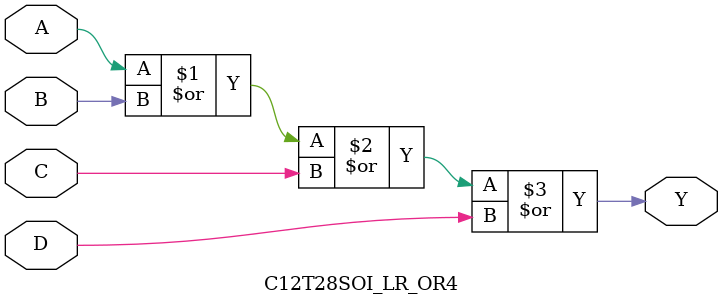
<source format=v>
module C12T28SOI_LR_XOR3 (input A, input B, input C, output Y);
	xor #1 U1 (Y, A, B, C);
endmodule

module C12T28SOI_LR_XOR2 (input A, input B, output Y);
	xor #1 U1 (Y, A, B);
endmodule

module C12T28SOI_LR_XNOR3 (input A, input B, input C, output Y);
	xnor #1 U1 (Y, A, B, C);
endmodule

module C12T28SOI_LR_XNOR2 (input A, input B, output Y);
	xnor #1 U1 (Y, A, B);
endmodule

module C12T28SOI_LR_AND2 (input A, input B, output Y);
	and #1 U1 (Y, A, B);
endmodule

module C12T28SOI_LR_AND3 (input A, input B, input C, output Y);
	and #1 U1 (Y, A, B, C);
endmodule

module C12T28SOI_LR_AND4 (input A, input B, input C, input D, output Y);
	and #1 U1 (Y, A, B, C, D);
endmodule

module C12T28SOI_LR_AO112 (input A, input B, input C, input D, output Y);
	and U1 (w1, A, B);
	or #1 U3 (Y, w1, C, D);
endmodule

module C12T28SOI_LR_AO12 (input A, input B, input C, output Y);
	and U1 (w1, A, B);
	or #1 U2 (Y, w1, C);
endmodule

module C12T28SOI_LR_AO212 (input A, input B, input C, input D, input E, output Y);
	and U1 (w1, A, B);
	and U3 (w2, C, D);
	or #1 U2 (Y, w1, w2, E);
endmodule

module C12T28SOI_LR_AO222 (input A, input B, input C, input D, input E, input F, output Y);
	and U1 (w1, A, B);
	and U3 (w2, C, D);
	and U4 (w3, E, F);
	or #1 U2 (Y, w1, w2, w3);
endmodule

module C12T28SOI_LR_AO22 (input A, input B, input C, input D, output Y);
	and U1 (w1, A, B);
	and U2 (w2, C, D);
	or #1 U3 (Y, w1, w2);
endmodule

module C12T28SOI_LR_AOI112 (input A, input B,input C,input D,output Y);
	and U2 (w1, A, B);
	nor #1 U3 (Y, w1, C, D);
endmodule

module C12T28SOI_LR_AOI12 (input A, input B, input C, output Y);
	and U2 (w1, A, B);
	nor #1 U3 (Y, w1, C);
endmodule

module C12T28SOI_LR_AOI13 (input A, input B, input C, input D, output Y);
	and U2 (w1, A, B, C);
	nor #1 U3 (Y, w1, D);
endmodule

module C12T28SOI_LR_AOI211 (input A, input B, input C, input D, output Y);
	and U2 (w1, A, B);
	nor #1 U3 (Y, w1, C, D);
endmodule

module C12T28SOI_LR_AOI21(input A, input B, input C, output Y);
	and U1 (w1, A, B);
	nor #1 U2 (Y, w1, C);
endmodule

module C12T28SOI_LR_AOI222 (input A, input B, input C, input D, input E, input F, output Y);
	and U1 (w1, A, B);
	and U2 (w2, C, D);
	and U4 (w3, E, F);
	nor #1 U3 (Y, w1, w2, w3);
endmodule

module C12T28SOI_LR_AOI22(input A, input B, input C, input D, output Y);
	and U1 (w1, A, B);
	and U2 (w2, C, D);
	nor #1 U3 (Y, w1, w2);
endmodule

module C12T28SOI_LR_BF (input A, output Y);
	buf #1 U1 (Y, A);
endmodule

module C12T28SOI_LR_IV (input A, output Y);
	not #1 U1 (Y, A);
endmodule

module C12T28SOI_LR_NAND2A (input A, input B, output Y);
	not(w1, A);
	nand #1 U1 (Y, w1, B);
endmodule

module C12T28SOI_LR_NAND2(input A, input B, output Y);
	nand #1 U1 (Y, A, B);
endmodule

module C12T28SOI_LR_NAND3AB (input A, input B, input C, output Y);
	not(w1, A);
	not(w2, B);
	nand #1(Y, w1, w2, C);
endmodule

module C12T28SOI_LR_NAND3A (input A, input B, input C, output Y);
	not(w1, A);
	nand #1(Y, w1, B, C);
endmodule

module C12T28SOI_LR_NAND3(input A, input B, input C, output Y);
	nand #1 U1 (Y, A, B, C);
endmodule

module C12T28SOI_LR_NAND4AB (input A, input B, input C, input D, output Y);
	not(w1, A);
	not(w2, B);
	nand #1(Y, w1, w2, C, D);
endmodule

module C12T28SOI_LR_NAND4 (input A, input B, input C, input D, output Y);
	nand #1(Y, A, B, C, D);
endmodule

module C12T28SOI_LR_NOR2A (input A, input B, output Y);
	not(w1, A);
	nor #1(Y, w1, B);
endmodule

module C12T28SOI_LR_NOR2 (input A, input B, output Y);
	nor #1(Y, A, B);
endmodule

module C12T28SOI_LR_NOR3A (input A, input B, input C, output Y);
	not(w1, A);
	nor #1(Y, w1, B, C);
endmodule

module C12T28SOI_LR_NOR3 (input A, input B, input C, output Y);
	nor #1(Y, A, B, C);
endmodule

module C12T28SOI_LR_NOR4AB (input A, input B, input C, input D, output Y);
	not(w1, A);
	not(w2, B);
	nor #1 (Y, w1, w2, C, D);
endmodule

module C12T28SOI_LR_NOR4 (input A, input B, input C, input D, output Y);
	nor #1 (Y, A, B, C, D);
endmodule

module C12T28SOI_LR_OA112 (input A, input B, input C, input D, output Y);
	or(w1, A, B);
	and #1 (Y, w1, C, D);
endmodule

module C12T28SOI_LR_OA12 (input A, input B, input C, output Y);
	or(w1, A, B);
	and #1 (Y, w1, C);
endmodule

module C12T28SOI_LR_OA222 (input A, input B, input C, input D, input E, input F, output Y);
	or(w1, A, B);
	or(w2, C, D);
	or(w3, E, F);
	and #1 (Y, w1, w2, w3);
endmodule

module C12T28SOI_LR_OA22 (input A, input B, input C, input D, output Y);
	or(w1, A, B);
	or(w2, C, D);
	and #1 (Y, w1, w2);
endmodule

module C12T28SOI_LR_OAI112 (input A, input B, input C, input D, output Y);
	or(w1, A, B);
	nand #1 (Y, w1, C, D);
endmodule

module C12T28SOI_LR_OAI12 (input A, input B, input C, output Y);
	or(w1, A, B);
	nand #1 (Y, w1, C);
endmodule

module C12T28SOI_LR_OAI211 (input A, input B, input C, input D, output Y);
	or(w1, A, B);
	nand #1 (Y, w1, C, D);
endmodule

module C12T28SOI_LR_OAI21(input A, input B, input C, output Y);
	or U1 (w1, A, B);
	nand #1 U2 (Y, w1, C);
endmodule

module C12T28SOI_LR_OAI222 (input A, input B, input C, input D, input E, input F, output Y);
	or(w1, A, B);
	or(w2, C, D);
	or(w3, E, F);
	nand #1 (Y, w1, w2, w3);
endmodule

module C12T28SOI_LR_OAI22(input A, input B, input C, input D, output Y);
	or U1 (w1, A, B);
	or U2 (w2, C, D);
	nand #1 U3 (Y, w1, w2);
endmodule

module C12T28SOI_LR_OR2AB (input A, input B, output Y);
	not(w1, A);
	not(w2, B);
	or #1 (Y, w1, w2);
endmodule

module C12T28SOI_LR_OR2(input A, input B, output Y);
	or #1 U1 (Y, A, B);
endmodule

module C12T28SOI_LR_OR4 (input A, input B, input C, input D, output Y);
	or #1 (Y, A, B, C, D);
endmodule

</source>
